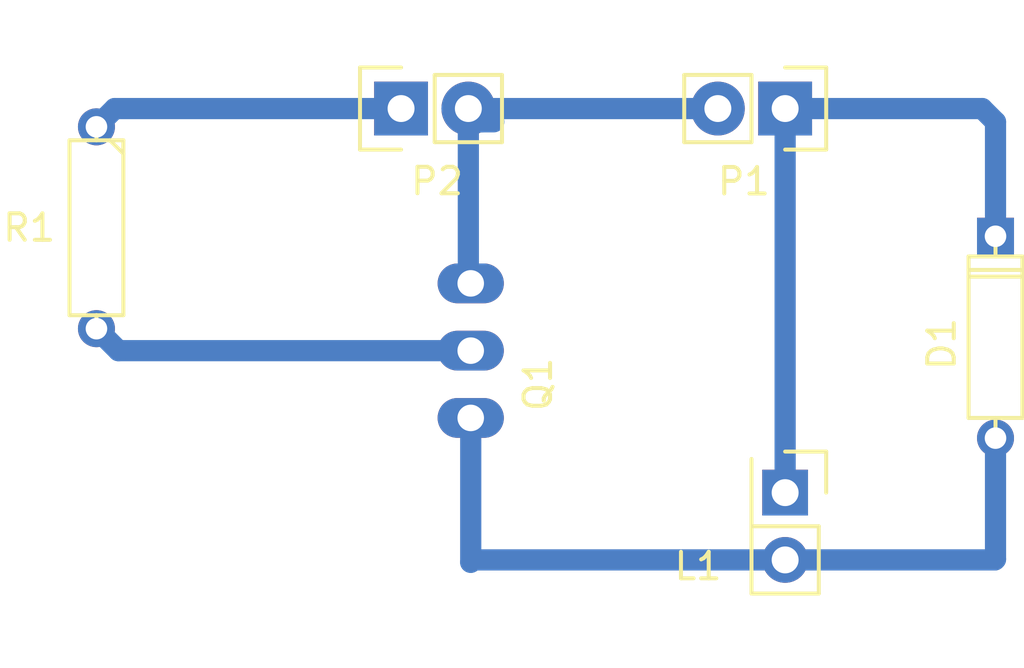
<source format=kicad_pcb>
(kicad_pcb (version 4) (host pcbnew 4.0.7)

  (general
    (links 8)
    (no_connects 0)
    (area 133.28381 90.775 169.791001 116.075)
    (thickness 1.6)
    (drawings 0)
    (tracks 19)
    (zones 0)
    (modules 6)
    (nets 6)
  )

  (page A4)
  (layers
    (0 F.Cu signal)
    (31 B.Cu signal)
    (32 B.Adhes user)
    (33 F.Adhes user)
    (34 B.Paste user)
    (35 F.Paste user)
    (36 B.SilkS user)
    (37 F.SilkS user)
    (38 B.Mask user)
    (39 F.Mask user)
    (40 Dwgs.User user)
    (41 Cmts.User user)
    (42 Eco1.User user)
    (43 Eco2.User user)
    (44 Edge.Cuts user)
    (45 Margin user)
    (46 B.CrtYd user)
    (47 F.CrtYd user)
    (48 B.Fab user)
    (49 F.Fab user)
  )

  (setup
    (last_trace_width 0.8)
    (trace_clearance 0.2)
    (zone_clearance 0.508)
    (zone_45_only no)
    (trace_min 0.2)
    (segment_width 0.2)
    (edge_width 0.1)
    (via_size 0.6)
    (via_drill 0.4)
    (via_min_size 0.4)
    (via_min_drill 0.3)
    (uvia_size 0.3)
    (uvia_drill 0.1)
    (uvias_allowed no)
    (uvia_min_size 0.2)
    (uvia_min_drill 0.1)
    (pcb_text_width 0.3)
    (pcb_text_size 1.5 1.5)
    (mod_edge_width 0.15)
    (mod_text_size 1 1)
    (mod_text_width 0.15)
    (pad_size 1.5 1.5)
    (pad_drill 0.6)
    (pad_to_mask_clearance 0)
    (aux_axis_origin 0 0)
    (visible_elements 7FFFFFFF)
    (pcbplotparams
      (layerselection 0x00030_80000001)
      (usegerberextensions false)
      (excludeedgelayer true)
      (linewidth 0.100000)
      (plotframeref false)
      (viasonmask false)
      (mode 1)
      (useauxorigin false)
      (hpglpennumber 1)
      (hpglpenspeed 20)
      (hpglpendiameter 15)
      (hpglpenoverlay 2)
      (psnegative false)
      (psa4output false)
      (plotreference true)
      (plotvalue true)
      (plotinvisibletext false)
      (padsonsilk false)
      (subtractmaskfromsilk false)
      (outputformat 1)
      (mirror false)
      (drillshape 0)
      (scaleselection 1)
      (outputdirectory ""))
  )

  (net 0 "")
  (net 1 +12V)
  (net 2 "Net-(D1-Pad2)")
  (net 3 GND)
  (net 4 +3V3)
  (net 5 "Net-(Q1-Pad2)")

  (net_class Default "This is the default net class."
    (clearance 0.2)
    (trace_width 0.8)
    (via_dia 0.6)
    (via_drill 0.4)
    (uvia_dia 0.3)
    (uvia_drill 0.1)
    (add_net +12V)
    (add_net +3V3)
    (add_net GND)
    (add_net "Net-(D1-Pad2)")
    (add_net "Net-(Q1-Pad2)")
  )

  (module TO_SOT_Packages_THT:TO-220_Neutral123_PadsOnly (layer F.Cu) (tedit 5B51B303) (tstamp 5B4B3CCF)
    (at 151.13 104.14 270)
    (path /5B538706)
    (fp_text reference Q1 (at 1.27 -2.54 270) (layer F.SilkS)
      (effects (font (size 1 1) (thickness 0.15)))
    )
    (fp_text value 2N7000 (at -0.20066 3.2512 270) (layer F.Fab)
      (effects (font (size 1 1) (thickness 0.15)))
    )
    (pad 2 thru_hole oval (at 0 0) (size 2.49936 1.50114) (drill 1.00076) (layers *.Cu *.Mask)
      (net 5 "Net-(Q1-Pad2)"))
    (pad 1 thru_hole oval (at -2.54 0) (size 2.49936 1.50114) (drill 1.00076) (layers *.Cu *.Mask)
      (net 3 GND))
    (pad 3 thru_hole oval (at 2.54 0) (size 2.49936 1.50114) (drill 1.00076) (layers *.Cu *.Mask)
      (net 2 "Net-(D1-Pad2)"))
    (model TO_SOT_Packages_THT.3dshapes/TO-220_Neutral123_PadsOnly.wrl
      (at (xyz 0 0 0))
      (scale (xyz 0.3937 0.3937 0.3937))
      (rotate (xyz 0 0 0))
    )
  )

  (module Discret:D3 (layer F.Cu) (tedit 5B5376C1) (tstamp 5B4B3C89)
    (at 170.942 103.632 90)
    (descr "Diode 3 pas")
    (tags "DIODE DEV")
    (path /5B4AF499)
    (fp_text reference D1 (at -0.254 -2.032 90) (layer F.SilkS)
      (effects (font (size 1 1) (thickness 0.15)))
    )
    (fp_text value UF4007 (at 0 0 90) (layer F.Fab)
      (effects (font (size 1 1) (thickness 0.15)))
    )
    (fp_line (start 3.81 0) (end 3.048 0) (layer F.SilkS) (width 0.15))
    (fp_line (start 3.048 0) (end 3.048 -1.016) (layer F.SilkS) (width 0.15))
    (fp_line (start 3.048 -1.016) (end -3.048 -1.016) (layer F.SilkS) (width 0.15))
    (fp_line (start -3.048 -1.016) (end -3.048 0) (layer F.SilkS) (width 0.15))
    (fp_line (start -3.048 0) (end -3.81 0) (layer F.SilkS) (width 0.15))
    (fp_line (start -3.048 0) (end -3.048 1.016) (layer F.SilkS) (width 0.15))
    (fp_line (start -3.048 1.016) (end 3.048 1.016) (layer F.SilkS) (width 0.15))
    (fp_line (start 3.048 1.016) (end 3.048 0) (layer F.SilkS) (width 0.15))
    (fp_line (start 2.54 -1.016) (end 2.54 1.016) (layer F.SilkS) (width 0.15))
    (fp_line (start 2.286 1.016) (end 2.286 -1.016) (layer F.SilkS) (width 0.15))
    (pad 1 thru_hole rect (at 3.81 0 90) (size 1.397 1.397) (drill 0.8128) (layers *.Cu *.Mask)
      (net 1 +12V))
    (pad 2 thru_hole circle (at -3.81 0 90) (size 1.397 1.397) (drill 0.8128) (layers *.Cu *.Mask)
      (net 2 "Net-(D1-Pad2)"))
    (model Discret.3dshapes/D3.wrl
      (at (xyz 0 0 0))
      (scale (xyz 0.3 0.3 0.3))
      (rotate (xyz 0 0 0))
    )
  )

  (module Pin_Headers:Pin_Header_Straight_2x01 (layer F.Cu) (tedit 5B537568) (tstamp 5B4B3C9A)
    (at 163 109.5 270)
    (descr "Through hole pin header")
    (tags "pin header")
    (path /5B4AF8D6)
    (fp_text reference L1 (at 2.78 3.29 360) (layer F.SilkS)
      (effects (font (size 1 1) (thickness 0.15)))
    )
    (fp_text value Lock (at 5.78 0.29 360) (layer F.Fab)
      (effects (font (size 1 1) (thickness 0.15)))
    )
    (fp_line (start -1.75 -1.75) (end -1.75 1.75) (layer F.CrtYd) (width 0.05))
    (fp_line (start 4.3 -1.75) (end 4.3 1.75) (layer F.CrtYd) (width 0.05))
    (fp_line (start -1.75 -1.75) (end 4.3 -1.75) (layer F.CrtYd) (width 0.05))
    (fp_line (start -1.75 1.75) (end 4.3 1.75) (layer F.CrtYd) (width 0.05))
    (fp_line (start -1.55 0) (end -1.55 -1.55) (layer F.SilkS) (width 0.15))
    (fp_line (start 0 -1.55) (end -1.55 -1.55) (layer F.SilkS) (width 0.15))
    (fp_line (start -1.27 1.27) (end 1.27 1.27) (layer F.SilkS) (width 0.15))
    (fp_line (start 3.81 -1.27) (end 1.27 -1.27) (layer F.SilkS) (width 0.15))
    (fp_line (start 1.27 -1.27) (end 1.27 1.27) (layer F.SilkS) (width 0.15))
    (fp_line (start 1.27 1.27) (end 3.81 1.27) (layer F.SilkS) (width 0.15))
    (fp_line (start 3.81 1.27) (end 3.81 -1.27) (layer F.SilkS) (width 0.15))
    (pad 1 thru_hole rect (at 0 0 270) (size 1.7272 1.7272) (drill 1.016) (layers *.Cu *.Mask)
      (net 1 +12V))
    (pad 2 thru_hole oval (at 2.54 0 270) (size 1.7272 1.7272) (drill 1.016) (layers *.Cu *.Mask)
      (net 2 "Net-(D1-Pad2)"))
    (model Pin_Headers.3dshapes/Pin_Header_Straight_2x01.wrl
      (at (xyz 0.05 0 0))
      (scale (xyz 1 1 1))
      (rotate (xyz 0 0 90))
    )
  )

  (module Pin_Headers:Pin_Header_Straight_1x02 (layer F.Cu) (tedit 5B53755C) (tstamp 5B4B3CAB)
    (at 163 95 270)
    (descr "Through hole pin header")
    (tags "pin header")
    (path /5B4B1629)
    (fp_text reference P1 (at 2.75 1.56 360) (layer F.SilkS)
      (effects (font (size 1 1) (thickness 0.15)))
    )
    (fp_text value +12V (at -3.25 1.56 360) (layer F.Fab)
      (effects (font (size 1 1) (thickness 0.15)))
    )
    (fp_line (start 1.27 1.27) (end 1.27 3.81) (layer F.SilkS) (width 0.15))
    (fp_line (start 1.55 -1.55) (end 1.55 0) (layer F.SilkS) (width 0.15))
    (fp_line (start -1.75 -1.75) (end -1.75 4.3) (layer F.CrtYd) (width 0.05))
    (fp_line (start 1.75 -1.75) (end 1.75 4.3) (layer F.CrtYd) (width 0.05))
    (fp_line (start -1.75 -1.75) (end 1.75 -1.75) (layer F.CrtYd) (width 0.05))
    (fp_line (start -1.75 4.3) (end 1.75 4.3) (layer F.CrtYd) (width 0.05))
    (fp_line (start 1.27 1.27) (end -1.27 1.27) (layer F.SilkS) (width 0.15))
    (fp_line (start -1.55 0) (end -1.55 -1.55) (layer F.SilkS) (width 0.15))
    (fp_line (start -1.55 -1.55) (end 1.55 -1.55) (layer F.SilkS) (width 0.15))
    (fp_line (start -1.27 1.27) (end -1.27 3.81) (layer F.SilkS) (width 0.15))
    (fp_line (start -1.27 3.81) (end 1.27 3.81) (layer F.SilkS) (width 0.15))
    (pad 1 thru_hole rect (at 0 0 270) (size 2.032 2.032) (drill 1.016) (layers *.Cu *.Mask)
      (net 1 +12V))
    (pad 2 thru_hole oval (at 0 2.54 270) (size 2.032 2.032) (drill 1.016) (layers *.Cu *.Mask)
      (net 3 GND))
    (model Pin_Headers.3dshapes/Pin_Header_Straight_1x02.wrl
      (at (xyz 0 -0.05 0))
      (scale (xyz 1 1 1))
      (rotate (xyz 0 0 90))
    )
  )

  (module Pin_Headers:Pin_Header_Straight_1x02 (layer F.Cu) (tedit 5B537559) (tstamp 5B4B3CBC)
    (at 148.5 95 90)
    (descr "Through hole pin header")
    (tags "pin header")
    (path /5B4B1675)
    (fp_text reference P2 (at -2.7432 1.3589 180) (layer F.SilkS)
      (effects (font (size 1 1) (thickness 0.15)))
    )
    (fp_text value +3.3V (at 3.25 0.57 360) (layer F.Fab)
      (effects (font (size 1 1) (thickness 0.15)))
    )
    (fp_line (start 1.27 1.27) (end 1.27 3.81) (layer F.SilkS) (width 0.15))
    (fp_line (start 1.55 -1.55) (end 1.55 0) (layer F.SilkS) (width 0.15))
    (fp_line (start -1.75 -1.75) (end -1.75 4.3) (layer F.CrtYd) (width 0.05))
    (fp_line (start 1.75 -1.75) (end 1.75 4.3) (layer F.CrtYd) (width 0.05))
    (fp_line (start -1.75 -1.75) (end 1.75 -1.75) (layer F.CrtYd) (width 0.05))
    (fp_line (start -1.75 4.3) (end 1.75 4.3) (layer F.CrtYd) (width 0.05))
    (fp_line (start 1.27 1.27) (end -1.27 1.27) (layer F.SilkS) (width 0.15))
    (fp_line (start -1.55 0) (end -1.55 -1.55) (layer F.SilkS) (width 0.15))
    (fp_line (start -1.55 -1.55) (end 1.55 -1.55) (layer F.SilkS) (width 0.15))
    (fp_line (start -1.27 1.27) (end -1.27 3.81) (layer F.SilkS) (width 0.15))
    (fp_line (start -1.27 3.81) (end 1.27 3.81) (layer F.SilkS) (width 0.15))
    (pad 1 thru_hole rect (at 0 0 90) (size 2.032 2.032) (drill 1.016) (layers *.Cu *.Mask)
      (net 4 +3V3))
    (pad 2 thru_hole oval (at 0 2.54 90) (size 2.032 2.032) (drill 1.016) (layers *.Cu *.Mask)
      (net 3 GND))
    (model Pin_Headers.3dshapes/Pin_Header_Straight_1x02.wrl
      (at (xyz 0 -0.05 0))
      (scale (xyz 1 1 1))
      (rotate (xyz 0 0 90))
    )
  )

  (module Discret:R3 (layer F.Cu) (tedit 5B53777A) (tstamp 5B4B3CDD)
    (at 137 99.5 270)
    (descr "Resitance 3 pas")
    (tags R)
    (path /5B4AF46C)
    (fp_text reference R1 (at 0 2.54 360) (layer F.SilkS)
      (effects (font (size 1 1) (thickness 0.15)))
    )
    (fp_text value 1k (at 0 0 270) (layer F.Fab)
      (effects (font (size 1 1) (thickness 0.15)))
    )
    (fp_line (start -3.81 0) (end -3.302 0) (layer F.SilkS) (width 0.15))
    (fp_line (start 3.81 0) (end 3.302 0) (layer F.SilkS) (width 0.15))
    (fp_line (start 3.302 0) (end 3.302 -1.016) (layer F.SilkS) (width 0.15))
    (fp_line (start 3.302 -1.016) (end -3.302 -1.016) (layer F.SilkS) (width 0.15))
    (fp_line (start -3.302 -1.016) (end -3.302 1.016) (layer F.SilkS) (width 0.15))
    (fp_line (start -3.302 1.016) (end 3.302 1.016) (layer F.SilkS) (width 0.15))
    (fp_line (start 3.302 1.016) (end 3.302 0) (layer F.SilkS) (width 0.15))
    (fp_line (start -3.302 -0.508) (end -2.794 -1.016) (layer F.SilkS) (width 0.15))
    (pad 1 thru_hole circle (at -3.81 0 270) (size 1.397 1.397) (drill 0.8128) (layers *.Cu *.Mask)
      (net 4 +3V3))
    (pad 2 thru_hole circle (at 3.81 0 270) (size 1.397 1.397) (drill 0.8128) (layers *.Cu *.Mask)
      (net 5 "Net-(Q1-Pad2)"))
    (model Discret.3dshapes/R3.wrl
      (at (xyz 0 0 0))
      (scale (xyz 0.3 0.3 0.3))
      (rotate (xyz 0 0 0))
    )
  )

  (segment (start 163 95) (end 163 109.5) (width 0.8) (layer B.Cu) (net 1) (status C00000))
  (segment (start 163 95) (end 170.438 95) (width 0.8) (layer B.Cu) (net 1) (status 400000))
  (segment (start 170.942 95.504) (end 170.942 99.822) (width 0.8) (layer B.Cu) (net 1) (tstamp 5B537B6D) (status 800000))
  (segment (start 170.438 95) (end 170.942 95.504) (width 0.8) (layer B.Cu) (net 1) (tstamp 5B537B6C))
  (segment (start 163 112.04) (end 170.916 112.04) (width 0.8) (layer B.Cu) (net 2) (status 400000))
  (segment (start 170.942 112.014) (end 170.942 107.442) (width 0.8) (layer B.Cu) (net 2) (tstamp 5B537B73) (status 800000))
  (segment (start 170.916 112.04) (end 170.942 112.014) (width 0.8) (layer B.Cu) (net 2) (tstamp 5B537B72))
  (segment (start 151.13 106.68) (end 151.13 112.13) (width 0.8) (layer B.Cu) (net 2))
  (segment (start 151.22 112.04) (end 163 112.04) (width 0.8) (layer B.Cu) (net 2) (tstamp 5B537B34))
  (segment (start 151.13 112.13) (end 151.22 112.04) (width 0.8) (layer B.Cu) (net 2) (tstamp 5B537B33))
  (segment (start 151.04 95) (end 151.04 101.51) (width 0.8) (layer B.Cu) (net 3))
  (segment (start 151.04 101.51) (end 151.13 101.6) (width 0.8) (layer B.Cu) (net 3) (tstamp 5B5377E3))
  (segment (start 159.96 95) (end 151.04 95) (width 0.8) (layer B.Cu) (net 3))
  (segment (start 151.04 95) (end 151.54 95.5) (width 0.8) (layer B.Cu) (net 3) (tstamp 5B5377DF))
  (segment (start 151.54 95.5) (end 152 95.5) (width 0.8) (layer B.Cu) (net 3) (tstamp 5B5377E0))
  (segment (start 148.5 95) (end 137.69 95) (width 0.8) (layer B.Cu) (net 4))
  (segment (start 137.69 95) (end 137 95.69) (width 0.8) (layer B.Cu) (net 4) (tstamp 5B537837))
  (segment (start 151.13 104.14) (end 137.83 104.14) (width 0.8) (layer B.Cu) (net 5))
  (segment (start 137.83 104.14) (end 137 103.31) (width 0.8) (layer B.Cu) (net 5) (tstamp 5B53783A))

)

</source>
